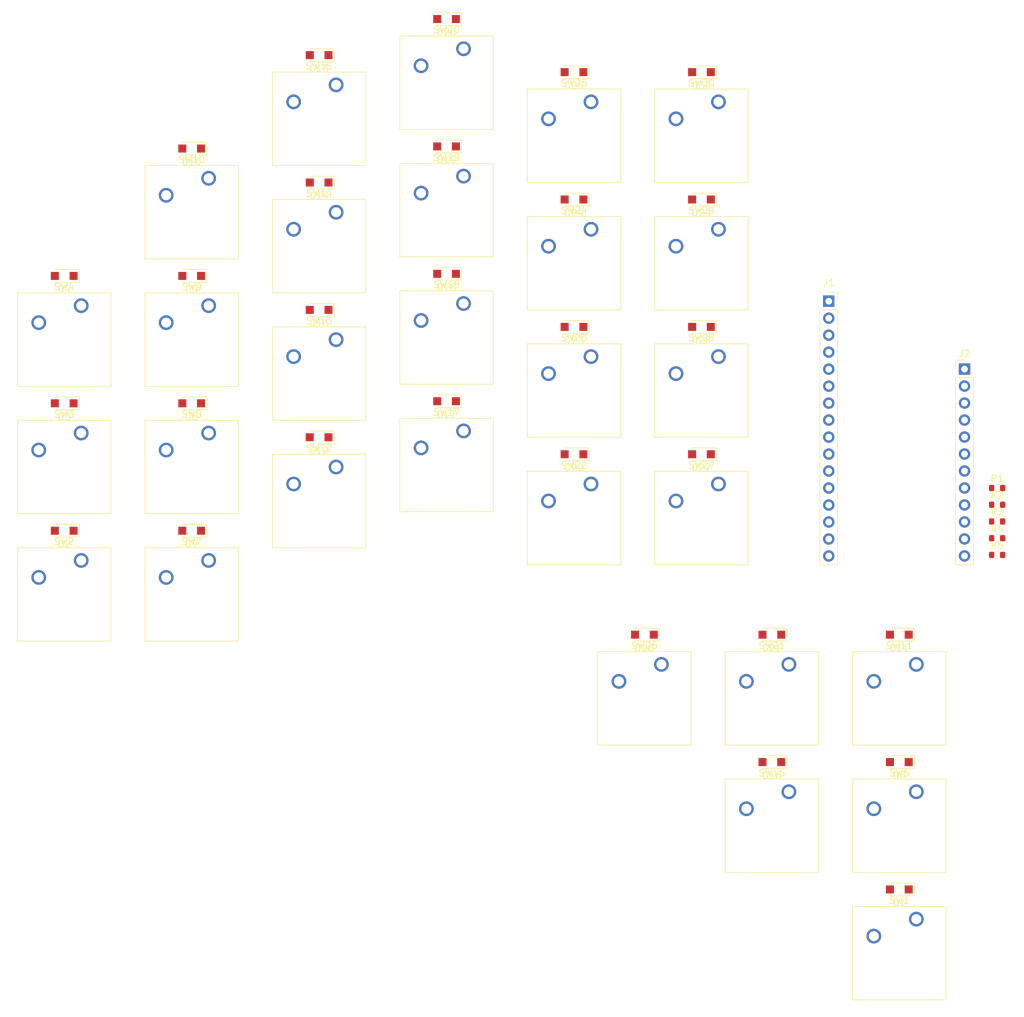
<source format=kicad_pcb>
(kicad_pcb (version 20240108) (generator "pcbnew") (generator_version "8.0")
  (layers (0 "F.Cu" signal) (31 "B.Cu" signal) (34 "B.Paste" user) (35 "F.Paste" user) (36 "B.SilkS" user "B.Silkscreen") (37 "F.SilkS" user "F.Silkscreen") (38 "B.Mask" user) (39 "F.Mask" user) (44 "Edge.Cuts" user))
  (net 0 "")
  (net 1 "/Row_0")
  (net 2 "Net-(D1-A)")
  (net 3 "/Row_1")
  (net 4 "Net-(D2-A)")
  (net 5 "/Row_2")
  (net 6 "Net-(D3-A)")
  (net 7 "/Row_3")
  (net 8 "Net-(D4-A)")
  (net 9 "/Row_4")
  (net 10 "Net-(D6-A)")
  (net 11 "Net-(D7-A)")
  (net 12 "Net-(D8-A)")
  (net 13 "Net-(D9-A)")
  (net 14 "Net-(D10-A)")
  (net 15 "Net-(D11-A)")
  (net 16 "Net-(D12-A)")
  (net 17 "Net-(D13-A)")
  (net 18 "Net-(D14-A)")
  (net 19 "Net-(D15-A)")
  (net 20 "Net-(D16-A)")
  (net 21 "Net-(D17-A)")
  (net 22 "Net-(D18-A)")
  (net 23 "Net-(D19-A)")
  (net 24 "Net-(D20-A)")
  (net 25 "Net-(D21-A)")
  (net 26 "Net-(D22-A)")
  (net 27 "Net-(D23-A)")
  (net 28 "Net-(D24-A)")
  (net 29 "Net-(D25-A)")
  (net 30 "Net-(D26-A)")
  (net 31 "Net-(D27-A)")
  (net 32 "Net-(D28-A)")
  (net 33 "Net-(D29-A)")
  (net 34 "Net-(D30-A)")
  (net 35 "/Col_3")
  (net 36 "/Col_1")
  (net 37 "/Col_5")
  (net 38 "/Col_4")
  (net 39 "/Col_0")
  (net 40 "/Col_2")
  (net 45 "+3.3V")
  (footprint "Diode_SMD:Nexperia_CFP3_SOD-123W" (layer "F.Cu") (at 49.275 112.38 180)
    (property "Reference" "D7" (at 0 -2 0) (layer "F.SilkS"))
    (property "Value" "D")
    (pad "1" smd rect (at -1.4 0 180) (size 1.2 1.2) (layers "F.Cu" "F.Paste" "F.Mask") (net 3 "/Row_1"))
    (pad "2" smd rect (at 1.4 0 180) (size 1.2 1.2) (layers "F.Cu" "F.Paste" "F.Mask") (net 11 "Net-(D7-A)"))
  )
  (footprint "Button_Switch_Keyboard:SW_Cherry_MX_1.00u_PCB" (layer "F.Cu") (at 32.765 97.775)
    (property "Reference" "SW3" (at -2.54 -2.794 0) (layer "F.SilkS"))
    (property "Value" "SW_Push")
    (pad "" np_thru_hole circle (at -7.62 5.08) (size 1.7 1.7) (drill 1.7) (layers "*.Cu" "*.Mask"))
    (pad "" np_thru_hole circle (at -2.54 5.08) (size 4 4) (drill 4) (layers "*.Cu" "*.Mask"))
    (pad "" np_thru_hole circle (at 2.54 5.08) (size 1.7 1.7) (drill 1.7) (layers "*.Cu" "*.Mask"))
    (pad "1" thru_hole circle (at 0 0) (size 2.2 2.2) (drill 1.5) (layers "*.Cu" "*.Mask") (net 39 "/Col_0"))
    (pad "2" thru_hole circle (at -6.35 2.54) (size 2.2 2.2) (drill 1.5) (layers "*.Cu" "*.Mask") (net 6 "Net-(D3-A)"))
  )
  (footprint "Diode_SMD:Nexperia_CFP3_SOD-123W" (layer "F.Cu") (at 87.375 54.9125 180)
    (property "Reference" "D19" (at 0 -2 0) (layer "F.SilkS"))
    (property "Value" "D")
    (pad "1" smd rect (at -1.4 0 180) (size 1.2 1.2) (layers "F.Cu" "F.Paste" "F.Mask") (net 7 "/Row_3"))
    (pad "2" smd rect (at 1.4 0 180) (size 1.2 1.2) (layers "F.Cu" "F.Paste" "F.Mask") (net 23 "Net-(D19-A)"))
  )
  (footprint "Button_Switch_Keyboard:SW_Cherry_MX_1.00u_PCB" (layer "F.Cu") (at 128.015 86.345)
    (property "Reference" "SW28" (at -2.54 -2.794 0) (layer "F.SilkS"))
    (property "Value" "SW_Push")
    (pad "" np_thru_hole circle (at -7.62 5.08) (size 1.7 1.7) (drill 1.7) (layers "*.Cu" "*.Mask"))
    (pad "" np_thru_hole circle (at -2.54 5.08) (size 4 4) (drill 4) (layers "*.Cu" "*.Mask"))
    (pad "" np_thru_hole circle (at 2.54 5.08) (size 1.7 1.7) (drill 1.7) (layers "*.Cu" "*.Mask"))
    (pad "1" thru_hole circle (at 0 0) (size 2.2 2.2) (drill 1.5) (layers "*.Cu" "*.Mask") (net 37 "/Col_5"))
    (pad "2" thru_hole circle (at -6.35 2.54) (size 2.2 2.2) (drill 1.5) (layers "*.Cu" "*.Mask") (net 32 "Net-(D28-A)"))
  )
  (footprint "Diode_SMD:Nexperia_CFP3_SOD-123W" (layer "F.Cu") (at 68.325 41.26 180)
    (property "Reference" "D15" (at 0 -2 0) (layer "F.SilkS"))
    (property "Value" "D")
    (pad "1" smd rect (at -1.4 0 180) (size 1.2 1.2) (layers "F.Cu" "F.Paste" "F.Mask") (net 9 "/Row_4"))
    (pad "2" smd rect (at 1.4 0 180) (size 1.2 1.2) (layers "F.Cu" "F.Paste" "F.Mask") (net 19 "Net-(D15-A)"))
  )
  (footprint "Button_Switch_Keyboard:SW_Cherry_MX_1.00u_PCB" (layer "F.Cu") (at 51.815 78.725)
    (property "Reference" "SW9" (at -2.54 -2.794 0) (layer "F.SilkS"))
    (property "Value" "SW_Push")
    (pad "" np_thru_hole circle (at -7.62 5.08) (size 1.7 1.7) (drill 1.7) (layers "*.Cu" "*.Mask"))
    (pad "" np_thru_hole circle (at -2.54 5.08) (size 4 4) (drill 4) (layers "*.Cu" "*.Mask"))
    (pad "" np_thru_hole circle (at 2.54 5.08) (size 1.7 1.7) (drill 1.7) (layers "*.Cu" "*.Mask"))
    (pad "1" thru_hole circle (at 0 0) (size 2.2 2.2) (drill 1.5) (layers "*.Cu" "*.Mask") (net 36 "/Col_1"))
    (pad "2" thru_hole circle (at -6.35 2.54) (size 2.2 2.2) (drill 1.5) (layers "*.Cu" "*.Mask") (net 13 "Net-(D9-A)"))
  )
  (footprint "Diode_SMD:Nexperia_CFP3_SOD-123W" (layer "F.Cu") (at 87.375 93.0125 180)
    (property "Reference" "D17" (at 0 -2 0) (layer "F.SilkS"))
    (property "Value" "D")
    (pad "1" smd rect (at -1.4 0 180) (size 1.2 1.2) (layers "F.Cu" "F.Paste" "F.Mask") (net 3 "/Row_1"))
    (pad "2" smd rect (at 1.4 0 180) (size 1.2 1.2) (layers "F.Cu" "F.Paste" "F.Mask") (net 21 "Net-(D17-A)"))
  )
  (footprint "Diode_SMD:Nexperia_CFP3_SOD-123W" (layer "F.Cu") (at 106.425 62.85 180)
    (property "Reference" "D24" (at 0 -2 0) (layer "F.SilkS"))
    (property "Value" "D")
    (pad "1" smd rect (at -1.4 0 180) (size 1.2 1.2) (layers "F.Cu" "F.Paste" "F.Mask") (net 7 "/Row_3"))
    (pad "2" smd rect (at 1.4 0 180) (size 1.2 1.2) (layers "F.Cu" "F.Paste" "F.Mask") (net 28 "Net-(D24-A)"))
  )
  (footprint "Diode_SMD:Nexperia_CFP3_SOD-123W" (layer "F.Cu") (at 106.425 43.8 180)
    (property "Reference" "D25" (at 0 -2 0) (layer "F.SilkS"))
    (property "Value" "D")
    (pad "1" smd rect (at -1.4 0 180) (size 1.2 1.2) (layers "F.Cu" "F.Paste" "F.Mask") (net 9 "/Row_4"))
    (pad "2" smd rect (at 1.4 0 180) (size 1.2 1.2) (layers "F.Cu" "F.Paste" "F.Mask") (net 29 "Net-(D25-A)"))
  )
  (footprint "Button_Switch_Keyboard:SW_Cherry_MX_1.00u_PCB" (layer "F.Cu") (at 128.015 105.395)
    (property "Reference" "SW27" (at -2.54 -2.794 0) (layer "F.SilkS"))
    (property "Value" "SW_Push")
    (pad "" np_thru_hole circle (at -7.62 5.08) (size 1.7 1.7) (drill 1.7) (layers "*.Cu" "*.Mask"))
    (pad "" np_thru_hole circle (at -2.54 5.08) (size 4 4) (drill 4) (layers "*.Cu" "*.Mask"))
    (pad "" np_thru_hole circle (at 2.54 5.08) (size 1.7 1.7) (drill 1.7) (layers "*.Cu" "*.Mask"))
    (pad "1" thru_hole circle (at 0 0) (size 2.2 2.2) (drill 1.5) (layers "*.Cu" "*.Mask") (net 37 "/Col_5"))
    (pad "2" thru_hole circle (at -6.35 2.54) (size 2.2 2.2) (drill 1.5) (layers "*.Cu" "*.Mask") (net 31 "Net-(D27-A)"))
  )
  (footprint "Button_Switch_Keyboard:SW_Cherry_MX_1.00u_PCB" (layer "F.Cu") (at 119.49 132.37)
    (property "Reference" "SW26" (at -2.54 -2.794 0) (layer "F.SilkS"))
    (property "Value" "SW_Push")
    (pad "" np_thru_hole circle (at -7.62 5.08) (size 1.7 1.7) (drill 1.7) (layers "*.Cu" "*.Mask"))
    (pad "" np_thru_hole circle (at -2.54 5.08) (size 4 4) (drill 4) (layers "*.Cu" "*.Mask"))
    (pad "" np_thru_hole circle (at 2.54 5.08) (size 1.7 1.7) (drill 1.7) (layers "*.Cu" "*.Mask"))
    (pad "1" thru_hole circle (at 0 0) (size 2.2 2.2) (drill 1.5) (layers "*.Cu" "*.Mask") (net 37 "/Col_5"))
    (pad "2" thru_hole circle (at -6.35 2.54) (size 2.2 2.2) (drill 1.5) (layers "*.Cu" "*.Mask") (net 30 "Net-(D26-A)"))
  )
  (footprint "Diode_SMD:Nexperia_CFP3_SOD-123W" (layer "F.Cu") (at 49.275 74.28 180)
    (property "Reference" "D9" (at 0 -2 0) (layer "F.SilkS"))
    (property "Value" "D")
    (pad "1" smd rect (at -1.4 0 180) (size 1.2 1.2) (layers "F.Cu" "F.Paste" "F.Mask") (net 7 "/Row_3"))
    (pad "2" smd rect (at 1.4 0 180) (size 1.2 1.2) (layers "F.Cu" "F.Paste" "F.Mask") (net 13 "Net-(D9-A)"))
  )
  (footprint "Diode_SMD:Nexperia_CFP3_SOD-123W" (layer "F.Cu") (at 49.275 55.23 180)
    (property "Reference" "D10" (at 0 -2 0) (layer "F.SilkS"))
    (property "Value" "D")
    (pad "1" smd rect (at -1.4 0 180) (size 1.2 1.2) (layers "F.Cu" "F.Paste" "F.Mask") (net 9 "/Row_4"))
    (pad "2" smd rect (at 1.4 0 180) (size 1.2 1.2) (layers "F.Cu" "F.Paste" "F.Mask") (net 14 "Net-(D10-A)"))
  )
  (footprint "Diode_SMD:Nexperia_CFP3_SOD-123W" (layer "F.Cu") (at 68.325 98.41 180)
    (property "Reference" "D12" (at 0 -2 0) (layer "F.SilkS"))
    (property "Value" "D")
    (pad "1" smd rect (at -1.4 0 180) (size 1.2 1.2) (layers "F.Cu" "F.Paste" "F.Mask") (net 3 "/Row_1"))
    (pad "2" smd rect (at 1.4 0 180) (size 1.2 1.2) (layers "F.Cu" "F.Paste" "F.Mask") (net 16 "Net-(D12-A)"))
  )
  (footprint "Button_Switch_Keyboard:SW_Cherry_MX_1.00u_PCB" (layer "F.Cu") (at 89.915 78.4075)
    (property "Reference" "SW18" (at -2.54 -2.794 0) (layer "F.SilkS"))
    (property "Value" "SW_Push")
    (pad "" np_thru_hole circle (at -7.62 5.08) (size 1.7 1.7) (drill 1.7) (layers "*.Cu" "*.Mask"))
    (pad "" np_thru_hole circle (at -2.54 5.08) (size 4 4) (drill 4) (layers "*.Cu" "*.Mask"))
    (pad "" np_thru_hole circle (at 2.54 5.08) (size 1.7 1.7) (drill 1.7) (layers "*.Cu" "*.Mask"))
    (pad "1" thru_hole circle (at 0 0) (size 2.2 2.2) (drill 1.5) (layers "*.Cu" "*.Mask") (net 35 "/Col_3"))
    (pad "2" thru_hole circle (at -6.35 2.54) (size 2.2 2.2) (drill 1.5) (layers "*.Cu" "*.Mask") (net 22 "Net-(D18-A)"))
  )
  (footprint "Button_Switch_Keyboard:SW_Cherry_MX_1.00u_PCB" (layer "F.Cu") (at 108.965 105.395)
    (property "Reference" "SW22" (at -2.54 -2.794 0) (layer "F.SilkS"))
    (property "Value" "SW_Push")
    (pad "" np_thru_hole circle (at -7.62 5.08) (size 1.7 1.7) (drill 1.7) (layers "*.Cu" "*.Mask"))
    (pad "" np_thru_hole circle (at -2.54 5.08) (size 4 4) (drill 4) (layers "*.Cu" "*.Mask"))
    (pad "" np_thru_hole circle (at 2.54 5.08) (size 1.7 1.7) (drill 1.7) (layers "*.Cu" "*.Mask"))
    (pad "1" thru_hole circle (at 0 0) (size 2.2 2.2) (drill 1.5) (layers "*.Cu" "*.Mask") (net 38 "/Col_4"))
    (pad "2" thru_hole circle (at -6.35 2.54) (size 2.2 2.2) (drill 1.5) (layers "*.Cu" "*.Mask") (net 26 "Net-(D22-A)"))
  )
  (footprint "Diode_SMD:Nexperia_CFP3_SOD-123W" (layer "F.Cu") (at 30.225 93.33 180)
    (property "Reference" "D3" (at 0 -2 0) (layer "F.SilkS"))
    (property "Value" "D")
    (pad "1" smd rect (at -1.4 0 180) (size 1.2 1.2) (layers "F.Cu" "F.Paste" "F.Mask") (net 5 "/Row_2"))
    (pad "2" smd rect (at 1.4 0 180) (size 1.2 1.2) (layers "F.Cu" "F.Paste" "F.Mask") (net 6 "Net-(D3-A)"))
  )
  (footprint "Button_Switch_Keyboard:SW_Cherry_MX_1.00u_PCB" (layer "F.Cu") (at 70.865 102.855)
    (property "Reference" "SW12" (at -2.54 -2.794 0) (layer "F.SilkS"))
    (property "Value" "SW_Push")
    (pad "" np_thru_hole circle (at -7.62 5.08) (size 1.7 1.7) (drill 1.7) (layers "*.Cu" "*.Mask"))
    (pad "" np_thru_hole circle (at -2.54 5.08) (size 4 4) (drill 4) (layers "*.Cu" "*.Mask"))
    (pad "" np_thru_hole circle (at 2.54 5.08) (size 1.7 1.7) (drill 1.7) (layers "*.Cu" "*.Mask"))
    (pad "1" thru_hole circle (at 0 0) (size 2.2 2.2) (drill 1.5) (layers "*.Cu" "*.Mask") (net 40 "/Col_2"))
    (pad "2" thru_hole circle (at -6.35 2.54) (size 2.2 2.2) (drill 1.5) (layers "*.Cu" "*.Mask") (net 16 "Net-(D12-A)"))
  )
  (footprint "Diode_SMD:Nexperia_CFP3_SOD-123W" (layer "F.Cu") (at 136 146.975 180)
    (property "Reference" "D16" (at 0 -2 0) (layer "F.SilkS"))
    (property "Value" "D")
    (pad "1" smd rect (at -1.4 0 180) (size 1.2 1.2) (layers "F.Cu" "F.Paste" "F.Mask") (net 1 "/Row_0"))
    (pad "2" smd rect (at 1.4 0 180) (size 1.2 1.2) (layers "F.Cu" "F.Paste" "F.Mask") (net 20 "Net-(D16-A)"))
  )
  (footprint "Button_Switch_Keyboard:SW_Cherry_MX_1.00u_PCB" (layer "F.Cu") (at 108.965 67.295)
    (property "Reference" "SW24" (at -2.54 -2.794 0) (layer "F.SilkS"))
    (property "Value" "SW_Push")
    (pad "" np_thru_hole circle (at -7.62 5.08) (size 1.7 1.7) (drill 1.7) (layers "*.Cu" "*.Mask"))
    (pad "" np_thru_hole circle (at -2.54 5.08) (size 4 4) (drill 4) (layers "*.Cu" "*.Mask"))
    (pad "" np_thru_hole circle (at 2.54 5.08) (size 1.7 1.7) (drill 1.7) (layers "*.Cu" "*.Mask"))
    (pad "1" thru_hole circle (at 0 0) (size 2.2 2.2) (drill 1.5) (layers "*.Cu" "*.Mask") (net 38 "/Col_4"))
    (pad "2" thru_hole circle (at -6.35 2.54) (size 2.2 2.2) (drill 1.5) (layers "*.Cu" "*.Mask") (net 28 "Net-(D24-A)"))
  )
  (footprint "Resistor_SMD:R_0603_1608Metric" (layer "F.Cu") (at 169.675 111)
    (property "Reference" "R3" (at 0 -1.43 360) (layer "F.SilkS"))
    (property "Value" "R_US" (hide yes))
    (pad "1" smd roundrect (at -0.825 0) (size 0.8 0.95) (layers "F.Cu" "F.Paste" "F.Mask") (net 45 "+3.3V"))
    (pad "2" smd roundrect (at 0.825 0) (size 0.8 0.95) (layers "F.Cu" "F.Paste" "F.Mask") (net 5 "/Row_2"))
  )
  (footprint "Diode_SMD:Nexperia_CFP3_SOD-123W" (layer "F.Cu") (at 125.475 100.95 180)
    (property "Reference" "D27" (at 0 -2 0) (layer "F.SilkS"))
    (property "Value" "D")
    (pad "1" smd rect (at -1.4 0 180) (size 1.2 1.2) (layers "F.Cu" "F.Paste" "F.Mask") (net 3 "/Row_1"))
    (pad "2" smd rect (at 1.4 0 180) (size 1.2 1.2) (layers "F.Cu" "F.Paste" "F.Mask") (net 31 "Net-(D27-A)"))
  )
  (footprint "Button_Switch_Keyboard:SW_Cherry_MX_1.00u_PCB" (layer "F.Cu") (at 70.865 83.805)
    (property "Reference" "SW13" (at -2.54 -2.794 0) (layer "F.SilkS"))
    (property "Value" "SW_Push")
    (pad "" np_thru_hole circle (at -7.62 5.08) (size 1.7 1.7) (drill 1.7) (layers "*.Cu" "*.Mask"))
    (pad "" np_thru_hole circle (at -2.54 5.08) (size 4 4) (drill 4) (layers "*.Cu" "*.Mask"))
    (pad "" np_thru_hole circle (at 2.54 5.08) (size 1.7 1.7) (drill 1.7) (layers "*.Cu" "*.Mask"))
    (pad "1" thru_hole circle (at 0 0) (size 2.2 2.2) (drill 1.5) (layers "*.Cu" "*.Mask") (net 40 "/Col_2"))
    (pad "2" thru_hole circle (at -6.35 2.54) (size 2.2 2.2) (drill 1.5) (layers "*.Cu" "*.Mask") (net 17 "Net-(D13-A)"))
  )
  (footprint "Diode_SMD:Nexperia_CFP3_SOD-123W" (layer "F.Cu") (at 68.325 79.36 180)
    (property "Reference" "D13" (at 0 -2 0) (layer "F.SilkS"))
    (property "Value" "D")
    (pad "1" smd rect (at -1.4 0 180) (size 1.2 1.2) (layers "F.Cu" "F.Paste" "F.Mask") (net 5 "/Row_2"))
    (pad "2" smd rect (at 1.4 0 180) (size 1.2 1.2) (layers "F.Cu" "F.Paste" "F.Mask") (net 17 "Net-(D13-A)"))
  )
  (footprint "Button_Switch_Keyboard:SW_Cherry_MX_1.00u_PCB" (layer "F.Cu") (at 89.915 40.3075)
    (property "Reference" "SW20" (at -2.54 -2.794 0) (layer "F.SilkS"))
    (property "Value" "SW_Push")
    (pad "" np_thru_hole circle (at -7.62 5.08) (size 1.7 1.7) (drill 1.7) (layers "*.Cu" "*.Mask"))
    (pad "" np_thru_hole circle (at -2.54 5.08) (size 4 4) (drill 4) (layers "*.Cu" "*.Mask"))
    (pad "" np_thru_hole circle (at 2.54 5.08) (size 1.7 1.7) (drill 1.7) (layers "*.Cu" "*.Mask"))
    (pad "1" thru_hole circle (at 0 0) (size 2.2 2.2) (drill 1.5) (layers "*.Cu" "*.Mask") (net 35 "/Col_3"))
    (pad "2" thru_hole circle (at -6.35 2.54) (size 2.2 2.2) (drill 1.5) (layers "*.Cu" "*.Mask") (net 24 "Net-(D20-A)"))
  )
  (footprint "Diode_SMD:Nexperia_CFP3_SOD-123W" (layer "F.Cu") (at 125.475 62.85 180)
    (property "Reference" "D29" (at 0 -2 0) (layer "F.SilkS"))
    (property "Value" "D")
    (pad "1" smd rect (at -1.4 0 180) (size 1.2 1.2) (layers "F.Cu" "F.Paste" "F.Mask") (net 7 "/Row_3"))
    (pad "2" smd rect (at 1.4 0 180) (size 1.2 1.2) (layers "F.Cu" "F.Paste" "F.Mask") (net 33 "Net-(D29-A)"))
  )
  (footprint "Button_Switch_Keyboard:SW_Cherry_MX_1.00u_PCB" (layer "F.Cu") (at 128.015 67.295)
    (property "Reference" "SW29" (at -2.54 -2.794 0) (layer "F.SilkS"))
    (property "Value" "SW_Push")
    (pad "" np_thru_hole circle (at -7.62 5.08) (size 1.7 1.7) (drill 1.7) (layers "*.Cu" "*.Mask"))
    (pad "" np_thru_hole circle (at -2.54 5.08) (size 4 4) (drill 4) (layers "*.Cu" "*.Mask"))
    (pad "" np_thru_hole circle (at 2.54 5.08) (size 1.7 1.7) (drill 1.7) (layers "*.Cu" "*.Mask"))
    (pad "1" thru_hole circle (at 0 0) (size 2.2 2.2) (drill 1.5) (layers "*.Cu" "*.Mask") (net 37 "/Col_5"))
    (pad "2" thru_hole circle (at -6.35 2.54) (size 2.2 2.2) (drill 1.5) (layers "*.Cu" "*.Mask") (net 33 "Net-(D29-A)"))
  )
  (footprint "Diode_SMD:Nexperia_CFP3_SOD-123W" (layer "F.Cu") (at 87.375 35.8625 180)
    (property "Reference" "D20" (at 0 -2 0) (layer "F.SilkS"))
    (property "Value" "D")
    (pad "1" smd rect (at -1.4 0 180) (size 1.2 1.2) (layers "F.Cu" "F.Paste" "F.Mask") (net 9 "/Row_4"))
    (pad "2" smd rect (at 1.4 0 180) (size 1.2 1.2) (layers "F.Cu" "F.Paste" "F.Mask") (net 24 "Net-(D20-A)"))
  )
  (footprint "Button_Switch_Keyboard:SW_Cherry_MX_1.00u_PCB" (layer "F.Cu") (at 51.815 59.675)
    (property "Reference" "SW10" (at -2.54 -2.794 0) (layer "F.SilkS"))
    (property "Value" "SW_Push")
    (pad "" np_thru_hole circle (at -7.62 5.08) (size 1.7 1.7) (drill 1.7) (layers "*.Cu" "*.Mask"))
    (pad "" np_thru_hole circle (at -2.54 5.08) (size 4 4) (drill 4) (layers "*.Cu" "*.Mask"))
    (pad "" np_thru_hole circle (at 2.54 5.08) (size 1.7 1.7) (drill 1.7) (layers "*.Cu" "*.Mask"))
    (pad "1" thru_hole circle (at 0 0) (size 2.2 2.2) (drill 1.5) (layers "*.Cu" "*.Mask") (net 36 "/Col_1"))
    (pad "2" thru_hole circle (at -6.35 2.54) (size 2.2 2.2) (drill 1.5) (layers "*.Cu" "*.Mask") (net 14 "Net-(D10-A)"))
  )
  (footprint "Connector_PinSocket_2.54mm:PinSocket_1x16_P2.54mm_Vertical" (layer "F.Cu") (at 144.5 78.06)
    (property "Reference" "J1" (at 0 -2.77 0) (layer "F.SilkS"))
    (property "Value" "Adafruit_Feather_16_pin")
    (pad "1" thru_hole rect (at 0 0) (size 1.7 1.7) (drill 1) (layers "*.Cu" "*.Mask"))
    (pad "2" thru_hole oval (at 0 2.54) (size 1.7 1.7) (drill 1) (layers "*.Cu" "*.Mask"))
    (pad "3" thru_hole oval (at 0 5.08) (size 1.7 1.7) (drill 1) (layers "*.Cu" "*.Mask"))
    (pad "4" thru_hole oval (at 0 7.62) (size 1.7 1.7) (drill 1) (layers "*.Cu" "*.Mask"))
    (pad "5" thru_hole oval (at 0 10.16) (size 1.7 1.7) (drill 1) (layers "*.Cu" "*.Mask"))
    (pad "6" thru_hole oval (at 0 12.7) (size 1.7 1.7) (drill 1) (layers "*.Cu" "*.Mask") (net 39 "/Col_0"))
    (pad "7" thru_hole oval (at 0 15.24) (size 1.7 1.7) (drill 1) (layers "*.Cu" "*.Mask") (net 36 "/Col_1"))
    (pad "8" thru_hole oval (at 0 17.78) (size 1.7 1.7) (drill 1) (layers "*.Cu" "*.Mask") (net 40 "/Col_2"))
    (pad "9" thru_hole oval (at 0 20.32) (size 1.7 1.7) (drill 1) (layers "*.Cu" "*.Mask") (net 35 "/Col_3"))
    (pad "10" thru_hole oval (at 0 22.86) (size 1.7 1.7) (drill 1) (layers "*.Cu" "*.Mask") (net 38 "/Col_4"))
    (pad "11" thru_hole oval (at 0 25.4) (size 1.7 1.7) (drill 1) (layers "*.Cu" "*.Mask") (net 37 "/Col_5"))
    (pad "12" thru_hole oval (at 0 27.94) (size 1.7 1.7) (drill 1) (layers "*.Cu" "*.Mask"))
    (pad "13" thru_hole oval (at 0 30.48) (size 1.7 1.7) (drill 1) (layers "*.Cu" "*.Mask"))
    (pad "14" thru_hole oval (at 0 33.02) (size 1.7 1.7) (drill 1) (layers "*.Cu" "*.Mask"))
    (pad "15" thru_hole oval (at 0 35.56) (size 1.7 1.7) (drill 1) (layers "*.Cu" "*.Mask"))
    (pad "16" thru_hole oval (at 0 38.1) (size 1.7 1.7) (drill 1) (layers "*.Cu" "*.Mask"))
  )
  (footprint "Diode_SMD:Nexperia_CFP3_SOD-123W" (layer "F.Cu") (at 136 127.925 180)
    (property "Reference" "D21" (at 0 -2 0) (layer "F.SilkS"))
    (property "Value" "D")
    (pad "1" smd rect (at -1.4 0 180) (size 1.2 1.2) (layers "F.Cu" "F.Paste" "F.Mask") (net 1 "/Row_0"))
    (pad "2" smd rect (at 1.4 0 180) (size 1.2 1.2) (layers "F.Cu" "F.Paste" "F.Mask") (net 25 "Net-(D21-A)"))
  )
  (footprint "Diode_SMD:Nexperia_CFP3_SOD-123W" (layer "F.Cu") (at 30.225 112.38 180)
    (property "Reference" "D2" (at 0 -2 0) (layer "F.SilkS"))
    (property "Value" "D")
    (pad "1" smd rect (at -1.4 0 180) (size 1.2 1.2) (layers "F.Cu" "F.Paste" "F.Mask") (net 3 "/Row_1"))
    (pad "2" smd rect (at 1.4 0 180) (size 1.2 1.2) (layers "F.Cu" "F.Paste" "F.Mask") (net 4 "Net-(D2-A)"))
  )
  (footprint "Button_Switch_Keyboard:SW_Cherry_MX_1.00u_PCB" (layer "F.Cu") (at 32.765 78.725)
    (property "Reference" "SW4" (at -2.54 -2.794 0) (layer "F.SilkS"))
    (property "Value" "SW_Push")
    (pad "" np_thru_hole circle (at -7.62 5.08) (size 1.7 1.7) (drill 1.7) (layers "*.Cu" "*.Mask"))
    (pad "" np_thru_hole circle (at -2.54 5.08) (size 4 4) (drill 4) (layers "*.Cu" "*.Mask"))
    (pad "" np_thru_hole circle (at 2.54 5.08) (size 1.7 1.7) (drill 1.7) (layers "*.Cu" "*.Mask"))
    (pad "1" thru_hole circle (at 0 0) (size 2.2 2.2) (drill 1.5) (layers "*.Cu" "*.Mask") (net 39 "/Col_0"))
    (pad "2" thru_hole circle (at -6.35 2.54) (size 2.2 2.2) (drill 1.5) (layers "*.Cu" "*.Mask") (net 8 "Net-(D4-A)"))
  )
  (footprint "Button_Switch_Keyboard:SW_Cherry_MX_1.00u_PCB" (layer "F.Cu") (at 157.59 132.37)
    (property "Reference" "SW11" (at -2.54 -2.794 0) (layer "F.SilkS"))
    (property "Value" "SW_Push")
    (pad "" np_thru_hole circle (at -7.62 5.08) (size 1.7 1.7) (drill 1.7) (layers "*.Cu" "*.Mask"))
    (pad "" np_thru_hole circle (at -2.54 5.08) (size 4 4) (drill 4) (layers "*.Cu" "*.Mask"))
    (pad "" np_thru_hole circle (at 2.54 5.08) (size 1.7 1.7) (drill 1.7) (layers "*.Cu" "*.Mask"))
    (pad "1" thru_hole circle (at 0 0) (size 2.2 2.2) (drill 1.5) (layers "*.Cu" "*.Mask") (net 40 "/Col_2"))
    (pad "2" thru_hole circle (at -6.35 2.54) (size 2.2 2.2) (drill 1.5) (layers "*.Cu" "*.Mask") (net 15 "Net-(D11-A)"))
  )
  (footprint "Button_Switch_Keyboard:SW_Cherry_MX_1.00u_PCB" (layer "F.Cu") (at 51.815 116.825)
    (property "Reference" "SW7" (at -2.54 -2.794 0) (layer "F.SilkS"))
    (property "Value" "SW_Push")
    (pad "" np_thru_hole circle (at -7.62 5.08) (size 1.7 1.7) (drill 1.7) (layers "*.Cu" "*.Mask"))
    (pad "" np_thru_hole circle (at -2.54 5.08) (size 4 4) (drill 4) (layers "*.Cu" "*.Mask"))
    (pad "" np_thru_hole circle (at 2.54 5.08) (size 1.7 1.7) (drill 1.7) (layers "*.Cu" "*.Mask"))
    (pad "1" thru_hole circle (at 0 0) (size 2.2 2.2) (drill 1.5) (layers "*.Cu" "*.Mask") (net 36 "/Col_1"))
    (pad "2" thru_hole circle (at -6.35 2.54) (size 2.2 2.2) (drill 1.5) (layers "*.Cu" "*.Mask") (net 11 "Net-(D7-A)"))
  )
  (footprint "Button_Switch_Keyboard:SW_Cherry_MX_1.00u_PCB" (layer "F.Cu") (at 32.765 116.825)
    (property "Reference" "SW2" (at -2.54 -2.794 0) (layer "F.SilkS"))
    (property "Value" "SW_Push")
    (pad "" np_thru_hole circle (at -7.62 5.08) (size 1.7 1.7) (drill 1.7) (layers "*.Cu" "*.Mask"))
    (pad "" np_thru_hole circle (at -2.54 5.08) (size 4 4) (drill 4) (layers "*.Cu" "*.Mask"))
    (pad "" np_thru_hole circle (at 2.54 5.08) (size 1.7 1.7) (drill 1.7) (layers "*.Cu" "*.Mask"))
    (pad "1" thru_hole circle (at 0 0) (size 2.2 2.2) (drill 1.5) (layers "*.Cu" "*.Mask") (net 39 "/Col_0"))
    (pad "2" thru_hole circle (at -6.35 2.54) (size 2.2 2.2) (drill 1.5) (layers "*.Cu" "*.Mask") (net 4 "Net-(D2-A)"))
  )
  (footprint "Diode_SMD:Nexperia_CFP3_SOD-123W" (layer "F.Cu") (at 49.275 93.33 180)
    (property "Reference" "D8" (at 0 -2 0) (layer "F.SilkS"))
    (property "Value" "D")
    (pad "1" smd rect (at -1.4 0 180) (size 1.2 1.2) (layers "F.Cu" "F.Paste" "F.Mask") (net 5 "/Row_2"))
    (pad "2" smd rect (at 1.4 0 180) (size 1.2 1.2) (layers "F.Cu" "F.Paste" "F.Mask") (net 12 "Net-(D8-A)"))
  )
  (footprint "Button_Switch_Keyboard:SW_Cherry_MX_1.00u_PCB" (layer "F.Cu") (at 138.54 132.37)
    (property "Reference" "SW21" (at -2.54 -2.794 0) (layer "F.SilkS"))
    (property "Value" "SW_Push")
    (pad "" np_thru_hole circle (at -7.62 5.08) (size 1.7 1.7) (drill 1.7) (layers "*.Cu" "*.Mask"))
    (pad "" np_thru_hole circle (at -2.54 5.08) (size 4 4) (drill 4) (layers "*.Cu" "*.Mask"))
    (pad "" np_thru_hole circle (at 2.54 5.08) (size 1.7 1.7) (drill 1.7) (layers "*.Cu" "*.Mask"))
    (pad "1" thru_hole circle (at 0 0) (size 2.2 2.2) (drill 1.5) (layers "*.Cu" "*.Mask") (net 38 "/Col_4"))
    (pad "2" thru_hole circle (at -6.35 2.54) (size 2.2 2.2) (drill 1.5) (layers "*.Cu" "*.Mask") (net 25 "Net-(D21-A)"))
  )
  (footprint "Resistor_SMD:R_0603_1608Metric" (layer "F.Cu") (at 169.675 113.5)
    (property "Reference" "R4" (at 0 -1.43 360) (layer "F.SilkS"))
    (property "Value" "R_US" (hide yes))
    (pad "1" smd roundrect (at -0.825 0) (size 0.8 0.95) (layers "F.Cu" "F.Paste" "F.Mask") (net 45 "+3.3V"))
    (pad "2" smd roundrect (at 0.825 0) (size 0.8 0.95) (layers "F.Cu" "F.Paste" "F.Mask") (net 7 "/Row_3"))
  )
  (footprint "Button_Switch_Keyboard:SW_Cherry_MX_1.00u_PCB" (layer "F.Cu") (at 89.915 59.3575)
    (property "Reference" "SW19" (at -2.54 -2.794 0) (layer "F.SilkS"))
    (property "Value" "SW_Push")
    (pad "" np_thru_hole circle (at -7.62 5.08) (size 1.7 1.7) (drill 1.7) (layers "*.Cu" "*.Mask"))
    (pad "" np_thru_hole circle (at -2.54 5.08) (size 4 4) (drill 4) (layers "*.Cu" "*.Mask"))
    (pad "" np_thru_hole circle (at 2.54 5.08) (size 1.7 1.7) (drill 1.7) (layers "*.Cu" "*.Mask"))
    (pad "1" thru_hole circle (at 0 0) (size 2.2 2.2) (drill 1.5) (layers "*.Cu" "*.Mask") (net 35 "/Col_3"))
    (pad "2" thru_hole circle (at -6.35 2.54) (size 2.2 2.2) (drill 1.5) (layers "*.Cu" "*.Mask") (net 23 "Net-(D19-A)"))
  )
  (footprint "Diode_SMD:Nexperia_CFP3_SOD-123W" (layer "F.Cu") (at 116.95 127.925 180)
    (property "Reference" "D26" (at 0 -2 0) (layer "F.SilkS"))
    (property "Value" "D")
    (pad "1" smd rect (at -1.4 0 180) (size 1.2 1.2) (layers "F.Cu" "F.Paste" "F.Mask") (net 1 "/Row_0"))
    (pad "2" smd rect (at 1.4 0 180) (size 1.2 1.2) (layers "F.Cu" "F.Paste" "F.Mask") (net 30 "Net-(D26-A)"))
  )
  (footprint "Button_Switch_Keyboard:SW_Cherry_MX_1.00u_PCB" (layer "F.Cu") (at 108.965 86.345)
    (property "Reference" "SW23" (at -2.54 -2.794 0) (layer "F.SilkS"))
    (property "Value" "SW_Push")
    (pad "" np_thru_hole circle (at -7.62 5.08) (size 1.7 1.7) (drill 1.7) (layers "*.Cu" "*.Mask"))
    (pad "" np_thru_hole circle (at -2.54 5.08) (size 4 4) (drill 4) (layers "*.Cu" "*.Mask"))
    (pad "" np_thru_hole circle (at 2.54 5.08) (size 1.7 1.7) (drill 1.7) (layers "*.Cu" "*.Mask"))
    (pad "1" thru_hole circle (at 0 0) (size 2.2 2.2) (drill 1.5) (layers "*.Cu" "*.Mask") (net 38 "/Col_4"))
    (pad "2" thru_hole circle (at -6.35 2.54) (size 2.2 2.2) (drill 1.5) (layers "*.Cu" "*.Mask") (net 27 "Net-(D23-A)"))
  )
  (footprint "Button_Switch_Keyboard:SW_Cherry_MX_1.00u_PCB" (layer "F.Cu") (at 70.865 64.755)
    (property "Reference" "SW14" (at -2.54 -2.794 0) (layer "F.SilkS"))
    (property "Value" "SW_Push")
    (pad "" np_thru_hole circle (at -7.62 5.08) (size 1.7 1.7) (drill 1.7) (layers "*.Cu" "*.Mask"))
    (pad "" np_thru_hole circle (at -2.54 5.08) (size 4 4) (drill 4) (layers "*.Cu" "*.Mask"))
    (pad "" np_thru_hole circle (at 2.54 5.08) (size 1.7 1.7) (drill 1.7) (layers "*.Cu" "*.Mask"))
    (pad "1" thru_hole circle (at 0 0) (size 2.2 2.2) (drill 1.5) (layers "*.Cu" "*.Mask") (net 40 "/Col_2"))
    (pad "2" thru_hole circle (at -6.35 2.54) (size 2.2 2.2) (drill 1.5) (layers "*.Cu" "*.Mask") (net 18 "Net-(D14-A)"))
  )
  (footprint "Button_Switch_Keyboard:SW_Cherry_MX_1.00u_PCB" (layer "F.Cu") (at 70.865 45.705)
    (property "Reference" "SW15" (at -2.54 -2.794 0) (layer "F.SilkS"))
    (property "Value" "SW_Push")
    (pad "" np_thru_hole circle (at -7.62 5.08) (size 1.7 1.7) (drill 1.7) (layers "*.Cu" "*.Mask"))
    (pad "" np_thru_hole circle (at -2.54 5.08) (size 4 4) (drill 4) (layers "*.Cu" "*.Mask"))
    (pad "" np_thru_hole circle (at 2.54 5.08) (size 1.7 1.7) (drill 1.7) (layers "*.Cu" "*.Mask"))
    (pad "1" thru_hole circle (at 0 0) (size 2.2 2.2) (drill 1.5) (layers "*.Cu" "*.Mask") (net 40 "/Col_2"))
    (pad "2" thru_hole circle (at -6.35 2.54) (size 2.2 2.2) (drill 1.5) (layers "*.Cu" "*.Mask") (net 19 "Net-(D15-A)"))
  )
  (footprint "Resistor_SMD:R_0603_1608Metric" (layer "F.Cu") (at 169.675 108.5)
    (property "Reference" "R2" (at 0 -1.43 0) (layer "F.SilkS"))
    (property "Value" "R_US" (hide yes))
    (pad "1" smd roundrect (at -0.825 0) (size 0.8 0.95) (layers "F.Cu" "F.Paste" "F.Mask") (net 45 "+3.3V"))
    (pad "2" smd roundrect (at 0.825 0) (size 0.8 0.95) (layers "F.Cu" "F.Paste" "F.Mask") (net 3 "/Row_1"))
  )
  (footprint "Button_Switch_Keyboard:SW_Cherry_MX_1.00u_PCB" (layer "F.Cu") (at 157.59 151.42)
    (property "Reference" "SW6" (at -2.54 -2.794 0) (layer "F.SilkS"))
    (property "Value" "SW_Push")
    (pad "" np_thru_hole circle (at -7.62 5.08) (size 1.7 1.7) (drill 1.7) (layers "*.Cu" "*.Mask"))
    (pad "" np_thru_hole circle (at -2.54 5.08) (size 4 4) (drill 4) (layers "*.Cu" "*.Mask"))
    (pad "" np_thru_hole circle (at 2.54 5.08) (size 1.7 1.7) (drill 1.7) (layers "*.Cu" "*.Mask"))
    (pad "1" thru_hole circle (at 0 0) (size 2.2 2.2) (drill 1.5) (layers "*.Cu" "*.Mask") (net 36 "/Col_1"))
    (pad "2" thru_hole circle (at -6.35 2.54) (size 2.2 2.2) (drill 1.5) (layers "*.Cu" "*.Mask") (net 10 "Net-(D6-A)"))
  )
  (footprint "Connector_PinHeader_2.54mm:PinHeader_1x12_P2.54mm_Vertical" (layer "F.Cu") (at 164.795 88.21)
    (property "Reference" "J2" (at 0 -2.33 0) (layer "F.SilkS"))
    (property "Value" "Adafruit_feather_12_pin")
    (pad "1" thru_hole rect (at 0 0) (size 1.7 1.7) (drill 1) (layers "*.Cu" "*.Mask"))
    (pad "2" thru_hole oval (at 0 2.54) (size 1.7 1.7) (drill 1) (layers "*.Cu" "*.Mask"))
    (pad "3" thru_hole oval (at 0 5.08) (size 1.7 1.7) (drill 1) (layers "*.Cu" "*.Mask"))
    (pad "4" thru_hole oval (at 0 7.62) (size 1.7 1.7) (drill 1) (layers "*.Cu" "*.Mask"))
    (pad "5" thru_hole oval (at 0 10.16) (size 1.7 1.7) (drill 1) (layers "*.Cu" "*.Mask"))
    (pad "6" thru_hole oval (at 0 12.7) (size 1.7 1.7) (drill 1) (layers "*.Cu" "*.Mask"))
    (pad "7" thru_hole oval (at 0 15.24) (size 1.7 1.7) (drill 1) (layers "*.Cu" "*.Mask"))
    (pad "8" thru_hole oval (at 0 17.78) (size 1.7 1.7) (drill 1) (layers "*.Cu" "*.Mask") (net 9 "/Row_4"))
    (pad "9" thru_hole oval (at 0 20.32) (size 1.7 1.7) (drill 1) (layers "*.Cu" "*.Mask") (net 7 "/Row_3"))
    (pad "10" thru_hole oval (at 0 22.86) (size 1.7 1.7) (drill 1) (layers "*.Cu" "*.Mask") (net 5 "/Row_2"))
    (pad "11" thru_hole oval (at 0 25.4) (size 1.7 1.7) (drill 1) (layers "*.Cu" "*.Mask") (net 3 "/Row_1"))
    (pad "12" thru_hole oval (at 0 27.94) (size 1.7 1.7) (drill 1) (layers "*.Cu" "*.Mask") (net 1 "/Row_0"))
  )
  (footprint "Diode_SMD:Nexperia_CFP3_SOD-123W" (layer "F.Cu") (at 155.05 127.925 180)
    (property "Reference" "D11" (at 0 -2 0) (layer "F.SilkS"))
    (property "Value" "D")
    (pad "1" smd rect (at -1.4 0 180) (size 1.2 1.2) (layers "F.Cu" "F.Paste" "F.Mask") (net 1 "/Row_0"))
    (pad "2" smd rect (at 1.4 0 180) (size 1.2 1.2) (layers "F.Cu" "F.Paste" "F.Mask") (net 15 "Net-(D11-A)"))
  )
  (footprint "Button_Switch_Keyboard:SW_Cherry_MX_1.00u_PCB" (layer "F.Cu") (at 138.54 151.42)
    (property "Reference" "SW16" (at -2.54 -2.794 0) (layer "F.SilkS"))
    (property "Value" "SW_Push")
    (pad "" np_thru_hole circle (at -7.62 5.08) (size 1.7 1.7) (drill 1.7) (layers "*.Cu" "*.Mask"))
    (pad "" np_thru_hole circle (at -2.54 5.08) (size 4 4) (drill 4) (layers "*.Cu" "*.Mask"))
    (pad "" np_thru_hole circle (at 2.54 5.08) (size 1.7 1.7) (drill 1.7) (layers "*.Cu" "*.Mask"))
    (pad "1" thru_hole circle (at 0 0) (size 2.2 2.2) (drill 1.5) (layers "*.Cu" "*.Mask") (net 35 "/Col_3"))
    (pad "2" thru_hole circle (at -6.35 2.54) (size 2.2 2.2) (drill 1.5) (layers "*.Cu" "*.Mask") (net 20 "Net-(D16-A)"))
  )
  (footprint "Button_Switch_Keyboard:SW_Cherry_MX_1.00u_PCB" (layer "F.Cu") (at 108.965 48.245)
    (property "Reference" "SW25" (at -2.54 -2.794 0) (layer "F.SilkS"))
    (property "Value" "SW_Push")
    (pad "" np_thru_hole circle (at -7.62 5.08) (size 1.7 1.7) (drill 1.7) (layers "*.Cu" "*.Mask"))
    (pad "" np_thru_hole circle (at -2.54 5.08) (size 4 4) (drill 4) (layers "*.Cu" "*.Mask"))
    (pad "" np_thru_hole circle (at 2.54 5.08) (size 1.7 1.7) (drill 1.7) (layers "*.Cu" "*.Mask"))
    (pad "1" thru_hole circle (at 0 0) (size 2.2 2.2) (drill 1.5) (layers "*.Cu" "*.Mask") (net 38 "/Col_4"))
    (pad "2" thru_hole circle (at -6.35 2.54) (size 2.2 2.2) (drill 1.5) (layers "*.Cu" "*.Mask") (net 29 "Net-(D25-A)"))
  )
  (footprint "Diode_SMD:Nexperia_CFP3_SOD-123W" (layer "F.Cu") (at 106.425 100.95 180)
    (property "Reference" "D22" (at 0 -2 0) (layer "F.SilkS"))
    (property "Value" "D")
    (pad "1" smd rect (at -1.4 0 180) (size 1.2 1.2) (layers "F.Cu" "F.Paste" "F.Mask") (net 3 "/Row_1"))
    (pad "2" smd rect (at 1.4 0 180) (size 1.2 1.2) (layers "F.Cu" "F.Paste" "F.Mask") (net 26 "Net-(D22-A)"))
  )
  (footprint "Diode_SMD:Nexperia_CFP3_SOD-123W" (layer "F.Cu") (at 87.375 73.9625 180)
    (property "Reference" "D18" (at 0 -2 0) (layer "F.SilkS"))
    (property "Value" "D")
    (pad "1" smd rect (at -1.4 0 180) (size 1.2 1.2) (layers "F.Cu" "F.Paste" "F.Mask") (net 5 "/Row_2"))
    (pad "2" smd rect (at 1.4 0 180) (size 1.2 1.2) (layers "F.Cu" "F.Paste" "F.Mask") (net 22 "Net-(D18-A)"))
  )
  (footprint "Diode_SMD:Nexperia_CFP3_SOD-123W" (layer "F.Cu") (at 125.475 43.8 180)
    (property "Reference" "D30" (at 0 -2 0) (layer "F.SilkS"))
    (property "Value" "D")
    (pad "1" smd rect (at -1.4 0 180) (size 1.2 1.2) (layers "F.Cu" "F.Paste" "F.Mask") (net 9 "/Row_4"))
    (pad "2" smd rect (at 1.4 0 180) (size 1.2 1.2) (layers "F.Cu" "F.Paste" "F.Mask") (net 34 "Net-(D30-A)"))
  )
  (footprint "Resistor_SMD:R_0603_1608Metric" (layer "F.Cu") (at 169.675 106)
    (property "Reference" "R1" (at 0 -1.43 0) (layer "F.SilkS"))
    (property "Value" "R_US" (hide yes))
    (pad "1" smd roundrect (at -0.825 0) (size 0.8 0.95) (layers "F.Cu" "F.Paste" "F.Mask") (net 45 "+3.3V"))
    (pad "2" smd roundrect (at 0.825 0) (size 0.8 0.95) (layers "F.Cu" "F.Paste" "F.Mask") (net 1 "/Row_0"))
  )
  (footprint "Diode_SMD:Nexperia_CFP3_SOD-123W" (layer "F.Cu") (at 68.325 60.31 180)
    (property "Reference" "D14" (at 0 -2 0) (layer "F.SilkS"))
    (property "Value" "D")
    (pad "1" smd rect (at -1.4 0 180) (size 1.2 1.2) (layers "F.Cu" "F.Paste" "F.Mask") (net 7 "/Row_3"))
    (pad "2" smd rect (at 1.4 0 180) (size 1.2 1.2) (layers "F.Cu" "F.Paste" "F.Mask") (net 18 "Net-(D14-A)"))
  )
  (footprint "Diode_SMD:Nexperia_CFP3_SOD-123W" (layer "F.Cu") (at 125.475 81.9 180)
    (property "Reference" "D28" (at 0 -2 0) (layer "F.SilkS"))
    (property "Value" "D")
    (pad "1" smd rect (at -1.4 0 180) (size 1.2 1.2) (layers "F.Cu" "F.Paste" "F.Mask") (net 5 "/Row_2"))
    (pad "2" smd rect (at 1.4 0 180) (size 1.2 1.2) (layers "F.Cu" "F.Paste" "F.Mask") (net 32 "Net-(D28-A)"))
  )
  (footprint "Button_Switch_Keyboard:SW_Cherry_MX_1.00u_PCB" (layer "F.Cu") (at 89.915 97.4575)
    (property "Reference" "SW17" (at -2.54 -2.794 0) (layer "F.SilkS"))
    (property "Value" "SW_Push")
    (pad "" np_thru_hole circle (at -7.62 5.08) (size 1.7 1.7) (drill 1.7) (layers "*.Cu" "*.Mask"))
    (pad "" np_thru_hole circle (at -2.54 5.08) (size 4 4) (drill 4) (layers "*.Cu" "*.Mask"))
    (pad "" np_thru_hole circle (at 2.54 5.08) (size 1.7 1.7) (drill 1.7) (layers "*.Cu" "*.Mask"))
    (pad "1" thru_hole circle (at 0 0) (size 2.2 2.2) (drill 1.5) (layers "*.Cu" "*.Mask") (net 35 "/Col_3"))
    (pad "2" thru_hole circle (at -6.35 2.54) (size 2.2 2.2) (drill 1.5) (layers "*.Cu" "*.Mask") (net 21 "Net-(D17-A)"))
  )
  (footprint "Button_Switch_Keyboard:SW_Cherry_MX_1.00u_PCB" (layer "F.Cu") (at 128.015 48.245)
    (property "Reference" "SW30" (at -2.54 -2.794 0) (layer "F.SilkS"))
    (property "Value" "SW_Push")
    (pad "" np_thru_hole circle (at -7.62 5.08) (size 1.7 1.7) (drill 1.7) (layers "*.Cu" "*.Mask"))
    (pad "" np_thru_hole circle (at -2.54 5.08) (size 4 4) (drill 4) (layers "*.Cu" "*.Mask"))
    (pad "" np_thru_hole circle (at 2.54 5.08) (size 1.7 1.7) (drill 1.7) (layers "*.Cu" "*.Mask"))
    (pad "1" thru_hole circle (at 0 0) (size 2.2 2.2) (drill 1.5) (layers "*.Cu" "*.Mask") (net 37 "/Col_5"))
    (pad "2" thru_hole circle (at -6.35 2.54) (size 2.2 2.2) (drill 1.5) (layers "*.Cu" "*.Mask") (net 34 "Net-(D30-A)"))
  )
  (footprint "Diode_SMD:Nexperia_CFP3_SOD-123W" (layer "F.Cu") (at 155.05 166.025 180)
    (property "Reference" "D1" (at 0 -2 0) (layer "F.SilkS"))
    (property "Value" "D")
    (pad "1" smd rect (at -1.4 0 180) (size 1.2 1.2) (layers "F.Cu" "F.Paste" "F.Mask") (net 1 "/Row_0"))
    (pad "2" smd rect (at 1.4 0 180) (size 1.2 1.2) (layers "F.Cu" "F.Paste" "F.Mask") (net 2 "Net-(D1-A)"))
  )
  (footprint "Diode_SMD:Nexperia_CFP3_SOD-123W" (layer "F.Cu") (at 106.425 81.9 180)
    (property "Reference" "D23" (at 0 -2 0) (layer "F.SilkS"))
    (property "Value" "D")
    (pad "1" smd rect (at -1.4 0 180) (size 1.2 1.2) (layers "F.Cu" "F.Paste" "F.Mask") (net 5 "/Row_2"))
    (pad "2" smd rect (at 1.4 0 180) (size 1.2 1.2) (layers "F.Cu" "F.Paste" "F.Mask") (net 27 "Net-(D23-A)"))
  )
  (footprint "Button_Switch_Keyboard:SW_Cherry_MX_1.00u_PCB" (layer "F.Cu") (at 157.59 170.47)
    (property "Reference" "SW1" (at -2.54 -2.794 0) (layer "F.SilkS"))
    (property "Value" "SW_Push")
    (pad "" np_thru_hole circle (at -7.62 5.08) (size 1.7 1.7) (drill 1.7) (layers "*.Cu" "*.Mask"))
    (pad "" np_thru_hole circle (at -2.54 5.08) (size 4 4) (drill 4) (layers "*.Cu" "*.Mask"))
    (pad "" np_thru_hole circle (at 2.54 5.08) (size 1.7 1.7) (drill 1.7) (layers "*.Cu" "*.Mask"))
    (pad "1" thru_hole circle (at 0 0) (size 2.2 2.2) (drill 1.5) (layers "*.Cu" "*.Mask") (net 39 "/Col_0"))
    (pad "2" thru_hole circle (at -6.35 2.54) (size 2.2 2.2) (drill 1.5) (layers "*.Cu" "*.Mask") (net 2 "Net-(D1-A)"))
  )
  (footprint "Diode_SMD:Nexperia_CFP3_SOD-123W" (layer "F.Cu") (at 30.225 74.28 180)
    (property "Reference" "D4" (at 0 -2 0) (layer "F.SilkS"))
    (property "Value" "D" (hide yes))
    (pad "1" smd rect (at -1.4 0 180) (size 1.2 1.2) (layers "F.Cu" "F.Paste" "F.Mask") (net 7 "/Row_3"))
    (pad "2" smd rect (at 1.4 0 180) (size 1.2 1.2) (layers "F.Cu" "F.Paste" "F.Mask") (net 8 "Net-(D4-A)"))
  )
  (footprint "Diode_SMD:Nexperia_CFP3_SOD-123W" (layer "F.Cu") (at 155.05 146.975 180)
    (property "Reference" "D6" (at 0 -2 0) (layer "F.SilkS"))
    (property "Value" "D")
    (pad "1" smd rect (at -1.4 0 180) (size 1.2 1.2) (layers "F.Cu" "F.Paste" "F.Mask") (net 1 "/Row_0"))
    (pad "2" smd rect (at 1.4 0 180) (size 1.2 1.2) (layers "F.Cu" "F.Paste" "F.Mask") (net 10 "Net-(D6-A)"))
  )
  (footprint "Resistor_SMD:R_0603_1608Metric" (layer "F.Cu") (at 169.675 116)
    (property "Reference" "R5" (at 0 -1.43 0) (layer "F.SilkS"))
    (property "Value" "R_US" (hide yes))
    (pad "1" smd roundrect (at -0.825 0) (size 0.8 0.95) (layers "F.Cu" "F.Paste" "F.Mask") (net 45 "+3.3V"))
    (pad "2" smd roundrect (at 0.825 0) (size 0.8 0.95) (layers "F.Cu" "F.Paste" "F.Mask") (net 9 "/Row_4"))
  )
  (footprint "Button_Switch_Keyboard:SW_Cherry_MX_1.00u_PCB" (layer "F.Cu") (at 51.815 97.775)
    (property "Reference" "SW8" (at -2.54 -2.794 0) (layer "F.SilkS"))
    (property "Value" "SW_Push")
    (pad "" np_thru_hole circle (at -7.62 5.08) (size 1.7 1.7) (drill 1.7) (layers "*.Cu" "*.Mask"))
    (pad "" np_thru_hole circle (at -2.54 5.08) (size 4 4) (drill 4) (layers "*.Cu" "*.Mask"))
    (pad "" np_thru_hole circle (at 2.54 5.08) (size 1.7 1.7) (drill 1.7) (layers "*.Cu" "*.Mask"))
    (pad "1" thru_hole circle (at 0 0) (size 2.2 2.2) (drill 1.5) (layers "*.Cu" "*.Mask") (net 36 "/Col_1"))
    (pad "2" thru_hole circle (at -6.35 2.54) (size 2.2 2.2) (drill 1.5) (layers "*.Cu" "*.Mask") (net 12 "Net-(D8-A)"))
  )
)
</source>
